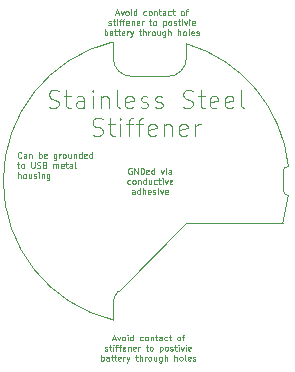
<source format=gbr>
G04 #@! TF.GenerationSoftware,KiCad,Pcbnew,(5.1.5-0-10_14)*
G04 #@! TF.CreationDate,2020-08-04T13:19:53-04:00*
G04 #@! TF.ProjectId,shio,7368696f-2e6b-4696-9361-645f70636258,rev?*
G04 #@! TF.SameCoordinates,Original*
G04 #@! TF.FileFunction,Other,ECO1*
%FSLAX46Y46*%
G04 Gerber Fmt 4.6, Leading zero omitted, Abs format (unit mm)*
G04 Created by KiCad (PCBNEW (5.1.5-0-10_14)) date 2020-08-04 13:19:53*
%MOMM*%
%LPD*%
G04 APERTURE LIST*
%ADD10C,0.100000*%
%ADD11C,0.025000*%
G04 APERTURE END LIST*
D10*
X146826190Y-113383333D02*
X147064285Y-113383333D01*
X146778571Y-113526190D02*
X146945238Y-113026190D01*
X147111904Y-113526190D01*
X147230952Y-113192857D02*
X147350000Y-113526190D01*
X147469047Y-113192857D01*
X147730952Y-113526190D02*
X147683333Y-113502380D01*
X147659523Y-113478571D01*
X147635714Y-113430952D01*
X147635714Y-113288095D01*
X147659523Y-113240476D01*
X147683333Y-113216666D01*
X147730952Y-113192857D01*
X147802380Y-113192857D01*
X147850000Y-113216666D01*
X147873809Y-113240476D01*
X147897619Y-113288095D01*
X147897619Y-113430952D01*
X147873809Y-113478571D01*
X147850000Y-113502380D01*
X147802380Y-113526190D01*
X147730952Y-113526190D01*
X148111904Y-113526190D02*
X148111904Y-113192857D01*
X148111904Y-113026190D02*
X148088095Y-113050000D01*
X148111904Y-113073809D01*
X148135714Y-113050000D01*
X148111904Y-113026190D01*
X148111904Y-113073809D01*
X148564285Y-113526190D02*
X148564285Y-113026190D01*
X148564285Y-113502380D02*
X148516666Y-113526190D01*
X148421428Y-113526190D01*
X148373809Y-113502380D01*
X148350000Y-113478571D01*
X148326190Y-113430952D01*
X148326190Y-113288095D01*
X148350000Y-113240476D01*
X148373809Y-113216666D01*
X148421428Y-113192857D01*
X148516666Y-113192857D01*
X148564285Y-113216666D01*
X149397619Y-113502380D02*
X149350000Y-113526190D01*
X149254761Y-113526190D01*
X149207142Y-113502380D01*
X149183333Y-113478571D01*
X149159523Y-113430952D01*
X149159523Y-113288095D01*
X149183333Y-113240476D01*
X149207142Y-113216666D01*
X149254761Y-113192857D01*
X149350000Y-113192857D01*
X149397619Y-113216666D01*
X149683333Y-113526190D02*
X149635714Y-113502380D01*
X149611904Y-113478571D01*
X149588095Y-113430952D01*
X149588095Y-113288095D01*
X149611904Y-113240476D01*
X149635714Y-113216666D01*
X149683333Y-113192857D01*
X149754761Y-113192857D01*
X149802380Y-113216666D01*
X149826190Y-113240476D01*
X149850000Y-113288095D01*
X149850000Y-113430952D01*
X149826190Y-113478571D01*
X149802380Y-113502380D01*
X149754761Y-113526190D01*
X149683333Y-113526190D01*
X150064285Y-113192857D02*
X150064285Y-113526190D01*
X150064285Y-113240476D02*
X150088095Y-113216666D01*
X150135714Y-113192857D01*
X150207142Y-113192857D01*
X150254761Y-113216666D01*
X150278571Y-113264285D01*
X150278571Y-113526190D01*
X150445238Y-113192857D02*
X150635714Y-113192857D01*
X150516666Y-113026190D02*
X150516666Y-113454761D01*
X150540476Y-113502380D01*
X150588095Y-113526190D01*
X150635714Y-113526190D01*
X151016666Y-113526190D02*
X151016666Y-113264285D01*
X150992857Y-113216666D01*
X150945238Y-113192857D01*
X150850000Y-113192857D01*
X150802380Y-113216666D01*
X151016666Y-113502380D02*
X150969047Y-113526190D01*
X150850000Y-113526190D01*
X150802380Y-113502380D01*
X150778571Y-113454761D01*
X150778571Y-113407142D01*
X150802380Y-113359523D01*
X150850000Y-113335714D01*
X150969047Y-113335714D01*
X151016666Y-113311904D01*
X151469047Y-113502380D02*
X151421428Y-113526190D01*
X151326190Y-113526190D01*
X151278571Y-113502380D01*
X151254761Y-113478571D01*
X151230952Y-113430952D01*
X151230952Y-113288095D01*
X151254761Y-113240476D01*
X151278571Y-113216666D01*
X151326190Y-113192857D01*
X151421428Y-113192857D01*
X151469047Y-113216666D01*
X151611904Y-113192857D02*
X151802380Y-113192857D01*
X151683333Y-113026190D02*
X151683333Y-113454761D01*
X151707142Y-113502380D01*
X151754761Y-113526190D01*
X151802380Y-113526190D01*
X152421428Y-113526190D02*
X152373809Y-113502380D01*
X152350000Y-113478571D01*
X152326190Y-113430952D01*
X152326190Y-113288095D01*
X152350000Y-113240476D01*
X152373809Y-113216666D01*
X152421428Y-113192857D01*
X152492857Y-113192857D01*
X152540476Y-113216666D01*
X152564285Y-113240476D01*
X152588095Y-113288095D01*
X152588095Y-113430952D01*
X152564285Y-113478571D01*
X152540476Y-113502380D01*
X152492857Y-113526190D01*
X152421428Y-113526190D01*
X152730952Y-113192857D02*
X152921428Y-113192857D01*
X152802380Y-113526190D02*
X152802380Y-113097619D01*
X152826190Y-113050000D01*
X152873809Y-113026190D01*
X152921428Y-113026190D01*
X146195238Y-114352380D02*
X146242857Y-114376190D01*
X146338095Y-114376190D01*
X146385714Y-114352380D01*
X146409523Y-114304761D01*
X146409523Y-114280952D01*
X146385714Y-114233333D01*
X146338095Y-114209523D01*
X146266666Y-114209523D01*
X146219047Y-114185714D01*
X146195238Y-114138095D01*
X146195238Y-114114285D01*
X146219047Y-114066666D01*
X146266666Y-114042857D01*
X146338095Y-114042857D01*
X146385714Y-114066666D01*
X146552380Y-114042857D02*
X146742857Y-114042857D01*
X146623809Y-113876190D02*
X146623809Y-114304761D01*
X146647619Y-114352380D01*
X146695238Y-114376190D01*
X146742857Y-114376190D01*
X146909523Y-114376190D02*
X146909523Y-114042857D01*
X146909523Y-113876190D02*
X146885714Y-113900000D01*
X146909523Y-113923809D01*
X146933333Y-113900000D01*
X146909523Y-113876190D01*
X146909523Y-113923809D01*
X147076190Y-114042857D02*
X147266666Y-114042857D01*
X147147619Y-114376190D02*
X147147619Y-113947619D01*
X147171428Y-113900000D01*
X147219047Y-113876190D01*
X147266666Y-113876190D01*
X147361904Y-114042857D02*
X147552380Y-114042857D01*
X147433333Y-114376190D02*
X147433333Y-113947619D01*
X147457142Y-113900000D01*
X147504761Y-113876190D01*
X147552380Y-113876190D01*
X147909523Y-114352380D02*
X147861904Y-114376190D01*
X147766666Y-114376190D01*
X147719047Y-114352380D01*
X147695238Y-114304761D01*
X147695238Y-114114285D01*
X147719047Y-114066666D01*
X147766666Y-114042857D01*
X147861904Y-114042857D01*
X147909523Y-114066666D01*
X147933333Y-114114285D01*
X147933333Y-114161904D01*
X147695238Y-114209523D01*
X148147619Y-114042857D02*
X148147619Y-114376190D01*
X148147619Y-114090476D02*
X148171428Y-114066666D01*
X148219047Y-114042857D01*
X148290476Y-114042857D01*
X148338095Y-114066666D01*
X148361904Y-114114285D01*
X148361904Y-114376190D01*
X148790476Y-114352380D02*
X148742857Y-114376190D01*
X148647619Y-114376190D01*
X148600000Y-114352380D01*
X148576190Y-114304761D01*
X148576190Y-114114285D01*
X148600000Y-114066666D01*
X148647619Y-114042857D01*
X148742857Y-114042857D01*
X148790476Y-114066666D01*
X148814285Y-114114285D01*
X148814285Y-114161904D01*
X148576190Y-114209523D01*
X149028571Y-114376190D02*
X149028571Y-114042857D01*
X149028571Y-114138095D02*
X149052380Y-114090476D01*
X149076190Y-114066666D01*
X149123809Y-114042857D01*
X149171428Y-114042857D01*
X149647619Y-114042857D02*
X149838095Y-114042857D01*
X149719047Y-113876190D02*
X149719047Y-114304761D01*
X149742857Y-114352380D01*
X149790476Y-114376190D01*
X149838095Y-114376190D01*
X150076190Y-114376190D02*
X150028571Y-114352380D01*
X150004761Y-114328571D01*
X149980952Y-114280952D01*
X149980952Y-114138095D01*
X150004761Y-114090476D01*
X150028571Y-114066666D01*
X150076190Y-114042857D01*
X150147619Y-114042857D01*
X150195238Y-114066666D01*
X150219047Y-114090476D01*
X150242857Y-114138095D01*
X150242857Y-114280952D01*
X150219047Y-114328571D01*
X150195238Y-114352380D01*
X150147619Y-114376190D01*
X150076190Y-114376190D01*
X150838095Y-114042857D02*
X150838095Y-114542857D01*
X150838095Y-114066666D02*
X150885714Y-114042857D01*
X150980952Y-114042857D01*
X151028571Y-114066666D01*
X151052380Y-114090476D01*
X151076190Y-114138095D01*
X151076190Y-114280952D01*
X151052380Y-114328571D01*
X151028571Y-114352380D01*
X150980952Y-114376190D01*
X150885714Y-114376190D01*
X150838095Y-114352380D01*
X151361904Y-114376190D02*
X151314285Y-114352380D01*
X151290476Y-114328571D01*
X151266666Y-114280952D01*
X151266666Y-114138095D01*
X151290476Y-114090476D01*
X151314285Y-114066666D01*
X151361904Y-114042857D01*
X151433333Y-114042857D01*
X151480952Y-114066666D01*
X151504761Y-114090476D01*
X151528571Y-114138095D01*
X151528571Y-114280952D01*
X151504761Y-114328571D01*
X151480952Y-114352380D01*
X151433333Y-114376190D01*
X151361904Y-114376190D01*
X151719047Y-114352380D02*
X151766666Y-114376190D01*
X151861904Y-114376190D01*
X151909523Y-114352380D01*
X151933333Y-114304761D01*
X151933333Y-114280952D01*
X151909523Y-114233333D01*
X151861904Y-114209523D01*
X151790476Y-114209523D01*
X151742857Y-114185714D01*
X151719047Y-114138095D01*
X151719047Y-114114285D01*
X151742857Y-114066666D01*
X151790476Y-114042857D01*
X151861904Y-114042857D01*
X151909523Y-114066666D01*
X152076190Y-114042857D02*
X152266666Y-114042857D01*
X152147619Y-113876190D02*
X152147619Y-114304761D01*
X152171428Y-114352380D01*
X152219047Y-114376190D01*
X152266666Y-114376190D01*
X152433333Y-114376190D02*
X152433333Y-114042857D01*
X152433333Y-113876190D02*
X152409523Y-113900000D01*
X152433333Y-113923809D01*
X152457142Y-113900000D01*
X152433333Y-113876190D01*
X152433333Y-113923809D01*
X152623809Y-114042857D02*
X152742857Y-114376190D01*
X152861904Y-114042857D01*
X153052380Y-114376190D02*
X153052380Y-114042857D01*
X153052380Y-113876190D02*
X153028571Y-113900000D01*
X153052380Y-113923809D01*
X153076190Y-113900000D01*
X153052380Y-113876190D01*
X153052380Y-113923809D01*
X153480952Y-114352380D02*
X153433333Y-114376190D01*
X153338095Y-114376190D01*
X153290476Y-114352380D01*
X153266666Y-114304761D01*
X153266666Y-114114285D01*
X153290476Y-114066666D01*
X153338095Y-114042857D01*
X153433333Y-114042857D01*
X153480952Y-114066666D01*
X153504761Y-114114285D01*
X153504761Y-114161904D01*
X153266666Y-114209523D01*
X145861904Y-115226190D02*
X145861904Y-114726190D01*
X145861904Y-114916666D02*
X145909523Y-114892857D01*
X146004761Y-114892857D01*
X146052380Y-114916666D01*
X146076190Y-114940476D01*
X146100000Y-114988095D01*
X146100000Y-115130952D01*
X146076190Y-115178571D01*
X146052380Y-115202380D01*
X146004761Y-115226190D01*
X145909523Y-115226190D01*
X145861904Y-115202380D01*
X146528571Y-115226190D02*
X146528571Y-114964285D01*
X146504761Y-114916666D01*
X146457142Y-114892857D01*
X146361904Y-114892857D01*
X146314285Y-114916666D01*
X146528571Y-115202380D02*
X146480952Y-115226190D01*
X146361904Y-115226190D01*
X146314285Y-115202380D01*
X146290476Y-115154761D01*
X146290476Y-115107142D01*
X146314285Y-115059523D01*
X146361904Y-115035714D01*
X146480952Y-115035714D01*
X146528571Y-115011904D01*
X146695238Y-114892857D02*
X146885714Y-114892857D01*
X146766666Y-114726190D02*
X146766666Y-115154761D01*
X146790476Y-115202380D01*
X146838095Y-115226190D01*
X146885714Y-115226190D01*
X146980952Y-114892857D02*
X147171428Y-114892857D01*
X147052380Y-114726190D02*
X147052380Y-115154761D01*
X147076190Y-115202380D01*
X147123809Y-115226190D01*
X147171428Y-115226190D01*
X147528571Y-115202380D02*
X147480952Y-115226190D01*
X147385714Y-115226190D01*
X147338095Y-115202380D01*
X147314285Y-115154761D01*
X147314285Y-114964285D01*
X147338095Y-114916666D01*
X147385714Y-114892857D01*
X147480952Y-114892857D01*
X147528571Y-114916666D01*
X147552380Y-114964285D01*
X147552380Y-115011904D01*
X147314285Y-115059523D01*
X147766666Y-115226190D02*
X147766666Y-114892857D01*
X147766666Y-114988095D02*
X147790476Y-114940476D01*
X147814285Y-114916666D01*
X147861904Y-114892857D01*
X147909523Y-114892857D01*
X148028571Y-114892857D02*
X148147619Y-115226190D01*
X148266666Y-114892857D02*
X148147619Y-115226190D01*
X148100000Y-115345238D01*
X148076190Y-115369047D01*
X148028571Y-115392857D01*
X148766666Y-114892857D02*
X148957142Y-114892857D01*
X148838095Y-114726190D02*
X148838095Y-115154761D01*
X148861904Y-115202380D01*
X148909523Y-115226190D01*
X148957142Y-115226190D01*
X149123809Y-115226190D02*
X149123809Y-114726190D01*
X149338095Y-115226190D02*
X149338095Y-114964285D01*
X149314285Y-114916666D01*
X149266666Y-114892857D01*
X149195238Y-114892857D01*
X149147619Y-114916666D01*
X149123809Y-114940476D01*
X149576190Y-115226190D02*
X149576190Y-114892857D01*
X149576190Y-114988095D02*
X149600000Y-114940476D01*
X149623809Y-114916666D01*
X149671428Y-114892857D01*
X149719047Y-114892857D01*
X149957142Y-115226190D02*
X149909523Y-115202380D01*
X149885714Y-115178571D01*
X149861904Y-115130952D01*
X149861904Y-114988095D01*
X149885714Y-114940476D01*
X149909523Y-114916666D01*
X149957142Y-114892857D01*
X150028571Y-114892857D01*
X150076190Y-114916666D01*
X150100000Y-114940476D01*
X150123809Y-114988095D01*
X150123809Y-115130952D01*
X150100000Y-115178571D01*
X150076190Y-115202380D01*
X150028571Y-115226190D01*
X149957142Y-115226190D01*
X150552380Y-114892857D02*
X150552380Y-115226190D01*
X150338095Y-114892857D02*
X150338095Y-115154761D01*
X150361904Y-115202380D01*
X150409523Y-115226190D01*
X150480952Y-115226190D01*
X150528571Y-115202380D01*
X150552380Y-115178571D01*
X151004761Y-114892857D02*
X151004761Y-115297619D01*
X150980952Y-115345238D01*
X150957142Y-115369047D01*
X150909523Y-115392857D01*
X150838095Y-115392857D01*
X150790476Y-115369047D01*
X151004761Y-115202380D02*
X150957142Y-115226190D01*
X150861904Y-115226190D01*
X150814285Y-115202380D01*
X150790476Y-115178571D01*
X150766666Y-115130952D01*
X150766666Y-114988095D01*
X150790476Y-114940476D01*
X150814285Y-114916666D01*
X150861904Y-114892857D01*
X150957142Y-114892857D01*
X151004761Y-114916666D01*
X151242857Y-115226190D02*
X151242857Y-114726190D01*
X151457142Y-115226190D02*
X151457142Y-114964285D01*
X151433333Y-114916666D01*
X151385714Y-114892857D01*
X151314285Y-114892857D01*
X151266666Y-114916666D01*
X151242857Y-114940476D01*
X152076190Y-115226190D02*
X152076190Y-114726190D01*
X152290476Y-115226190D02*
X152290476Y-114964285D01*
X152266666Y-114916666D01*
X152219047Y-114892857D01*
X152147619Y-114892857D01*
X152100000Y-114916666D01*
X152076190Y-114940476D01*
X152600000Y-115226190D02*
X152552380Y-115202380D01*
X152528571Y-115178571D01*
X152504761Y-115130952D01*
X152504761Y-114988095D01*
X152528571Y-114940476D01*
X152552380Y-114916666D01*
X152600000Y-114892857D01*
X152671428Y-114892857D01*
X152719047Y-114916666D01*
X152742857Y-114940476D01*
X152766666Y-114988095D01*
X152766666Y-115130952D01*
X152742857Y-115178571D01*
X152719047Y-115202380D01*
X152671428Y-115226190D01*
X152600000Y-115226190D01*
X153052380Y-115226190D02*
X153004761Y-115202380D01*
X152980952Y-115154761D01*
X152980952Y-114726190D01*
X153433333Y-115202380D02*
X153385714Y-115226190D01*
X153290476Y-115226190D01*
X153242857Y-115202380D01*
X153219047Y-115154761D01*
X153219047Y-114964285D01*
X153242857Y-114916666D01*
X153290476Y-114892857D01*
X153385714Y-114892857D01*
X153433333Y-114916666D01*
X153457142Y-114964285D01*
X153457142Y-115011904D01*
X153219047Y-115059523D01*
X153647619Y-115202380D02*
X153695238Y-115226190D01*
X153790476Y-115226190D01*
X153838095Y-115202380D01*
X153861904Y-115154761D01*
X153861904Y-115130952D01*
X153838095Y-115083333D01*
X153790476Y-115059523D01*
X153719047Y-115059523D01*
X153671428Y-115035714D01*
X153647619Y-114988095D01*
X153647619Y-114964285D01*
X153671428Y-114916666D01*
X153719047Y-114892857D01*
X153790476Y-114892857D01*
X153838095Y-114916666D01*
X147126190Y-85833333D02*
X147364285Y-85833333D01*
X147078571Y-85976190D02*
X147245238Y-85476190D01*
X147411904Y-85976190D01*
X147530952Y-85642857D02*
X147650000Y-85976190D01*
X147769047Y-85642857D01*
X148030952Y-85976190D02*
X147983333Y-85952380D01*
X147959523Y-85928571D01*
X147935714Y-85880952D01*
X147935714Y-85738095D01*
X147959523Y-85690476D01*
X147983333Y-85666666D01*
X148030952Y-85642857D01*
X148102380Y-85642857D01*
X148150000Y-85666666D01*
X148173809Y-85690476D01*
X148197619Y-85738095D01*
X148197619Y-85880952D01*
X148173809Y-85928571D01*
X148150000Y-85952380D01*
X148102380Y-85976190D01*
X148030952Y-85976190D01*
X148411904Y-85976190D02*
X148411904Y-85642857D01*
X148411904Y-85476190D02*
X148388095Y-85500000D01*
X148411904Y-85523809D01*
X148435714Y-85500000D01*
X148411904Y-85476190D01*
X148411904Y-85523809D01*
X148864285Y-85976190D02*
X148864285Y-85476190D01*
X148864285Y-85952380D02*
X148816666Y-85976190D01*
X148721428Y-85976190D01*
X148673809Y-85952380D01*
X148650000Y-85928571D01*
X148626190Y-85880952D01*
X148626190Y-85738095D01*
X148650000Y-85690476D01*
X148673809Y-85666666D01*
X148721428Y-85642857D01*
X148816666Y-85642857D01*
X148864285Y-85666666D01*
X149697619Y-85952380D02*
X149650000Y-85976190D01*
X149554761Y-85976190D01*
X149507142Y-85952380D01*
X149483333Y-85928571D01*
X149459523Y-85880952D01*
X149459523Y-85738095D01*
X149483333Y-85690476D01*
X149507142Y-85666666D01*
X149554761Y-85642857D01*
X149650000Y-85642857D01*
X149697619Y-85666666D01*
X149983333Y-85976190D02*
X149935714Y-85952380D01*
X149911904Y-85928571D01*
X149888095Y-85880952D01*
X149888095Y-85738095D01*
X149911904Y-85690476D01*
X149935714Y-85666666D01*
X149983333Y-85642857D01*
X150054761Y-85642857D01*
X150102380Y-85666666D01*
X150126190Y-85690476D01*
X150150000Y-85738095D01*
X150150000Y-85880952D01*
X150126190Y-85928571D01*
X150102380Y-85952380D01*
X150054761Y-85976190D01*
X149983333Y-85976190D01*
X150364285Y-85642857D02*
X150364285Y-85976190D01*
X150364285Y-85690476D02*
X150388095Y-85666666D01*
X150435714Y-85642857D01*
X150507142Y-85642857D01*
X150554761Y-85666666D01*
X150578571Y-85714285D01*
X150578571Y-85976190D01*
X150745238Y-85642857D02*
X150935714Y-85642857D01*
X150816666Y-85476190D02*
X150816666Y-85904761D01*
X150840476Y-85952380D01*
X150888095Y-85976190D01*
X150935714Y-85976190D01*
X151316666Y-85976190D02*
X151316666Y-85714285D01*
X151292857Y-85666666D01*
X151245238Y-85642857D01*
X151150000Y-85642857D01*
X151102380Y-85666666D01*
X151316666Y-85952380D02*
X151269047Y-85976190D01*
X151150000Y-85976190D01*
X151102380Y-85952380D01*
X151078571Y-85904761D01*
X151078571Y-85857142D01*
X151102380Y-85809523D01*
X151150000Y-85785714D01*
X151269047Y-85785714D01*
X151316666Y-85761904D01*
X151769047Y-85952380D02*
X151721428Y-85976190D01*
X151626190Y-85976190D01*
X151578571Y-85952380D01*
X151554761Y-85928571D01*
X151530952Y-85880952D01*
X151530952Y-85738095D01*
X151554761Y-85690476D01*
X151578571Y-85666666D01*
X151626190Y-85642857D01*
X151721428Y-85642857D01*
X151769047Y-85666666D01*
X151911904Y-85642857D02*
X152102380Y-85642857D01*
X151983333Y-85476190D02*
X151983333Y-85904761D01*
X152007142Y-85952380D01*
X152054761Y-85976190D01*
X152102380Y-85976190D01*
X152721428Y-85976190D02*
X152673809Y-85952380D01*
X152650000Y-85928571D01*
X152626190Y-85880952D01*
X152626190Y-85738095D01*
X152650000Y-85690476D01*
X152673809Y-85666666D01*
X152721428Y-85642857D01*
X152792857Y-85642857D01*
X152840476Y-85666666D01*
X152864285Y-85690476D01*
X152888095Y-85738095D01*
X152888095Y-85880952D01*
X152864285Y-85928571D01*
X152840476Y-85952380D01*
X152792857Y-85976190D01*
X152721428Y-85976190D01*
X153030952Y-85642857D02*
X153221428Y-85642857D01*
X153102380Y-85976190D02*
X153102380Y-85547619D01*
X153126190Y-85500000D01*
X153173809Y-85476190D01*
X153221428Y-85476190D01*
X146495238Y-86802380D02*
X146542857Y-86826190D01*
X146638095Y-86826190D01*
X146685714Y-86802380D01*
X146709523Y-86754761D01*
X146709523Y-86730952D01*
X146685714Y-86683333D01*
X146638095Y-86659523D01*
X146566666Y-86659523D01*
X146519047Y-86635714D01*
X146495238Y-86588095D01*
X146495238Y-86564285D01*
X146519047Y-86516666D01*
X146566666Y-86492857D01*
X146638095Y-86492857D01*
X146685714Y-86516666D01*
X146852380Y-86492857D02*
X147042857Y-86492857D01*
X146923809Y-86326190D02*
X146923809Y-86754761D01*
X146947619Y-86802380D01*
X146995238Y-86826190D01*
X147042857Y-86826190D01*
X147209523Y-86826190D02*
X147209523Y-86492857D01*
X147209523Y-86326190D02*
X147185714Y-86350000D01*
X147209523Y-86373809D01*
X147233333Y-86350000D01*
X147209523Y-86326190D01*
X147209523Y-86373809D01*
X147376190Y-86492857D02*
X147566666Y-86492857D01*
X147447619Y-86826190D02*
X147447619Y-86397619D01*
X147471428Y-86350000D01*
X147519047Y-86326190D01*
X147566666Y-86326190D01*
X147661904Y-86492857D02*
X147852380Y-86492857D01*
X147733333Y-86826190D02*
X147733333Y-86397619D01*
X147757142Y-86350000D01*
X147804761Y-86326190D01*
X147852380Y-86326190D01*
X148209523Y-86802380D02*
X148161904Y-86826190D01*
X148066666Y-86826190D01*
X148019047Y-86802380D01*
X147995238Y-86754761D01*
X147995238Y-86564285D01*
X148019047Y-86516666D01*
X148066666Y-86492857D01*
X148161904Y-86492857D01*
X148209523Y-86516666D01*
X148233333Y-86564285D01*
X148233333Y-86611904D01*
X147995238Y-86659523D01*
X148447619Y-86492857D02*
X148447619Y-86826190D01*
X148447619Y-86540476D02*
X148471428Y-86516666D01*
X148519047Y-86492857D01*
X148590476Y-86492857D01*
X148638095Y-86516666D01*
X148661904Y-86564285D01*
X148661904Y-86826190D01*
X149090476Y-86802380D02*
X149042857Y-86826190D01*
X148947619Y-86826190D01*
X148900000Y-86802380D01*
X148876190Y-86754761D01*
X148876190Y-86564285D01*
X148900000Y-86516666D01*
X148947619Y-86492857D01*
X149042857Y-86492857D01*
X149090476Y-86516666D01*
X149114285Y-86564285D01*
X149114285Y-86611904D01*
X148876190Y-86659523D01*
X149328571Y-86826190D02*
X149328571Y-86492857D01*
X149328571Y-86588095D02*
X149352380Y-86540476D01*
X149376190Y-86516666D01*
X149423809Y-86492857D01*
X149471428Y-86492857D01*
X149947619Y-86492857D02*
X150138095Y-86492857D01*
X150019047Y-86326190D02*
X150019047Y-86754761D01*
X150042857Y-86802380D01*
X150090476Y-86826190D01*
X150138095Y-86826190D01*
X150376190Y-86826190D02*
X150328571Y-86802380D01*
X150304761Y-86778571D01*
X150280952Y-86730952D01*
X150280952Y-86588095D01*
X150304761Y-86540476D01*
X150328571Y-86516666D01*
X150376190Y-86492857D01*
X150447619Y-86492857D01*
X150495238Y-86516666D01*
X150519047Y-86540476D01*
X150542857Y-86588095D01*
X150542857Y-86730952D01*
X150519047Y-86778571D01*
X150495238Y-86802380D01*
X150447619Y-86826190D01*
X150376190Y-86826190D01*
X151138095Y-86492857D02*
X151138095Y-86992857D01*
X151138095Y-86516666D02*
X151185714Y-86492857D01*
X151280952Y-86492857D01*
X151328571Y-86516666D01*
X151352380Y-86540476D01*
X151376190Y-86588095D01*
X151376190Y-86730952D01*
X151352380Y-86778571D01*
X151328571Y-86802380D01*
X151280952Y-86826190D01*
X151185714Y-86826190D01*
X151138095Y-86802380D01*
X151661904Y-86826190D02*
X151614285Y-86802380D01*
X151590476Y-86778571D01*
X151566666Y-86730952D01*
X151566666Y-86588095D01*
X151590476Y-86540476D01*
X151614285Y-86516666D01*
X151661904Y-86492857D01*
X151733333Y-86492857D01*
X151780952Y-86516666D01*
X151804761Y-86540476D01*
X151828571Y-86588095D01*
X151828571Y-86730952D01*
X151804761Y-86778571D01*
X151780952Y-86802380D01*
X151733333Y-86826190D01*
X151661904Y-86826190D01*
X152019047Y-86802380D02*
X152066666Y-86826190D01*
X152161904Y-86826190D01*
X152209523Y-86802380D01*
X152233333Y-86754761D01*
X152233333Y-86730952D01*
X152209523Y-86683333D01*
X152161904Y-86659523D01*
X152090476Y-86659523D01*
X152042857Y-86635714D01*
X152019047Y-86588095D01*
X152019047Y-86564285D01*
X152042857Y-86516666D01*
X152090476Y-86492857D01*
X152161904Y-86492857D01*
X152209523Y-86516666D01*
X152376190Y-86492857D02*
X152566666Y-86492857D01*
X152447619Y-86326190D02*
X152447619Y-86754761D01*
X152471428Y-86802380D01*
X152519047Y-86826190D01*
X152566666Y-86826190D01*
X152733333Y-86826190D02*
X152733333Y-86492857D01*
X152733333Y-86326190D02*
X152709523Y-86350000D01*
X152733333Y-86373809D01*
X152757142Y-86350000D01*
X152733333Y-86326190D01*
X152733333Y-86373809D01*
X152923809Y-86492857D02*
X153042857Y-86826190D01*
X153161904Y-86492857D01*
X153352380Y-86826190D02*
X153352380Y-86492857D01*
X153352380Y-86326190D02*
X153328571Y-86350000D01*
X153352380Y-86373809D01*
X153376190Y-86350000D01*
X153352380Y-86326190D01*
X153352380Y-86373809D01*
X153780952Y-86802380D02*
X153733333Y-86826190D01*
X153638095Y-86826190D01*
X153590476Y-86802380D01*
X153566666Y-86754761D01*
X153566666Y-86564285D01*
X153590476Y-86516666D01*
X153638095Y-86492857D01*
X153733333Y-86492857D01*
X153780952Y-86516666D01*
X153804761Y-86564285D01*
X153804761Y-86611904D01*
X153566666Y-86659523D01*
X146161904Y-87676190D02*
X146161904Y-87176190D01*
X146161904Y-87366666D02*
X146209523Y-87342857D01*
X146304761Y-87342857D01*
X146352380Y-87366666D01*
X146376190Y-87390476D01*
X146400000Y-87438095D01*
X146400000Y-87580952D01*
X146376190Y-87628571D01*
X146352380Y-87652380D01*
X146304761Y-87676190D01*
X146209523Y-87676190D01*
X146161904Y-87652380D01*
X146828571Y-87676190D02*
X146828571Y-87414285D01*
X146804761Y-87366666D01*
X146757142Y-87342857D01*
X146661904Y-87342857D01*
X146614285Y-87366666D01*
X146828571Y-87652380D02*
X146780952Y-87676190D01*
X146661904Y-87676190D01*
X146614285Y-87652380D01*
X146590476Y-87604761D01*
X146590476Y-87557142D01*
X146614285Y-87509523D01*
X146661904Y-87485714D01*
X146780952Y-87485714D01*
X146828571Y-87461904D01*
X146995238Y-87342857D02*
X147185714Y-87342857D01*
X147066666Y-87176190D02*
X147066666Y-87604761D01*
X147090476Y-87652380D01*
X147138095Y-87676190D01*
X147185714Y-87676190D01*
X147280952Y-87342857D02*
X147471428Y-87342857D01*
X147352380Y-87176190D02*
X147352380Y-87604761D01*
X147376190Y-87652380D01*
X147423809Y-87676190D01*
X147471428Y-87676190D01*
X147828571Y-87652380D02*
X147780952Y-87676190D01*
X147685714Y-87676190D01*
X147638095Y-87652380D01*
X147614285Y-87604761D01*
X147614285Y-87414285D01*
X147638095Y-87366666D01*
X147685714Y-87342857D01*
X147780952Y-87342857D01*
X147828571Y-87366666D01*
X147852380Y-87414285D01*
X147852380Y-87461904D01*
X147614285Y-87509523D01*
X148066666Y-87676190D02*
X148066666Y-87342857D01*
X148066666Y-87438095D02*
X148090476Y-87390476D01*
X148114285Y-87366666D01*
X148161904Y-87342857D01*
X148209523Y-87342857D01*
X148328571Y-87342857D02*
X148447619Y-87676190D01*
X148566666Y-87342857D02*
X148447619Y-87676190D01*
X148400000Y-87795238D01*
X148376190Y-87819047D01*
X148328571Y-87842857D01*
X149066666Y-87342857D02*
X149257142Y-87342857D01*
X149138095Y-87176190D02*
X149138095Y-87604761D01*
X149161904Y-87652380D01*
X149209523Y-87676190D01*
X149257142Y-87676190D01*
X149423809Y-87676190D02*
X149423809Y-87176190D01*
X149638095Y-87676190D02*
X149638095Y-87414285D01*
X149614285Y-87366666D01*
X149566666Y-87342857D01*
X149495238Y-87342857D01*
X149447619Y-87366666D01*
X149423809Y-87390476D01*
X149876190Y-87676190D02*
X149876190Y-87342857D01*
X149876190Y-87438095D02*
X149900000Y-87390476D01*
X149923809Y-87366666D01*
X149971428Y-87342857D01*
X150019047Y-87342857D01*
X150257142Y-87676190D02*
X150209523Y-87652380D01*
X150185714Y-87628571D01*
X150161904Y-87580952D01*
X150161904Y-87438095D01*
X150185714Y-87390476D01*
X150209523Y-87366666D01*
X150257142Y-87342857D01*
X150328571Y-87342857D01*
X150376190Y-87366666D01*
X150400000Y-87390476D01*
X150423809Y-87438095D01*
X150423809Y-87580952D01*
X150400000Y-87628571D01*
X150376190Y-87652380D01*
X150328571Y-87676190D01*
X150257142Y-87676190D01*
X150852380Y-87342857D02*
X150852380Y-87676190D01*
X150638095Y-87342857D02*
X150638095Y-87604761D01*
X150661904Y-87652380D01*
X150709523Y-87676190D01*
X150780952Y-87676190D01*
X150828571Y-87652380D01*
X150852380Y-87628571D01*
X151304761Y-87342857D02*
X151304761Y-87747619D01*
X151280952Y-87795238D01*
X151257142Y-87819047D01*
X151209523Y-87842857D01*
X151138095Y-87842857D01*
X151090476Y-87819047D01*
X151304761Y-87652380D02*
X151257142Y-87676190D01*
X151161904Y-87676190D01*
X151114285Y-87652380D01*
X151090476Y-87628571D01*
X151066666Y-87580952D01*
X151066666Y-87438095D01*
X151090476Y-87390476D01*
X151114285Y-87366666D01*
X151161904Y-87342857D01*
X151257142Y-87342857D01*
X151304761Y-87366666D01*
X151542857Y-87676190D02*
X151542857Y-87176190D01*
X151757142Y-87676190D02*
X151757142Y-87414285D01*
X151733333Y-87366666D01*
X151685714Y-87342857D01*
X151614285Y-87342857D01*
X151566666Y-87366666D01*
X151542857Y-87390476D01*
X152376190Y-87676190D02*
X152376190Y-87176190D01*
X152590476Y-87676190D02*
X152590476Y-87414285D01*
X152566666Y-87366666D01*
X152519047Y-87342857D01*
X152447619Y-87342857D01*
X152400000Y-87366666D01*
X152376190Y-87390476D01*
X152900000Y-87676190D02*
X152852380Y-87652380D01*
X152828571Y-87628571D01*
X152804761Y-87580952D01*
X152804761Y-87438095D01*
X152828571Y-87390476D01*
X152852380Y-87366666D01*
X152900000Y-87342857D01*
X152971428Y-87342857D01*
X153019047Y-87366666D01*
X153042857Y-87390476D01*
X153066666Y-87438095D01*
X153066666Y-87580952D01*
X153042857Y-87628571D01*
X153019047Y-87652380D01*
X152971428Y-87676190D01*
X152900000Y-87676190D01*
X153352380Y-87676190D02*
X153304761Y-87652380D01*
X153280952Y-87604761D01*
X153280952Y-87176190D01*
X153733333Y-87652380D02*
X153685714Y-87676190D01*
X153590476Y-87676190D01*
X153542857Y-87652380D01*
X153519047Y-87604761D01*
X153519047Y-87414285D01*
X153542857Y-87366666D01*
X153590476Y-87342857D01*
X153685714Y-87342857D01*
X153733333Y-87366666D01*
X153757142Y-87414285D01*
X153757142Y-87461904D01*
X153519047Y-87509523D01*
X153947619Y-87652380D02*
X153995238Y-87676190D01*
X154090476Y-87676190D01*
X154138095Y-87652380D01*
X154161904Y-87604761D01*
X154161904Y-87580952D01*
X154138095Y-87533333D01*
X154090476Y-87509523D01*
X154019047Y-87509523D01*
X153971428Y-87485714D01*
X153947619Y-87438095D01*
X153947619Y-87414285D01*
X153971428Y-87366666D01*
X154019047Y-87342857D01*
X154090476Y-87342857D01*
X154138095Y-87366666D01*
X139119761Y-98028571D02*
X139095952Y-98052380D01*
X139024523Y-98076190D01*
X138976904Y-98076190D01*
X138905476Y-98052380D01*
X138857857Y-98004761D01*
X138834047Y-97957142D01*
X138810238Y-97861904D01*
X138810238Y-97790476D01*
X138834047Y-97695238D01*
X138857857Y-97647619D01*
X138905476Y-97600000D01*
X138976904Y-97576190D01*
X139024523Y-97576190D01*
X139095952Y-97600000D01*
X139119761Y-97623809D01*
X139548333Y-98076190D02*
X139548333Y-97814285D01*
X139524523Y-97766666D01*
X139476904Y-97742857D01*
X139381666Y-97742857D01*
X139334047Y-97766666D01*
X139548333Y-98052380D02*
X139500714Y-98076190D01*
X139381666Y-98076190D01*
X139334047Y-98052380D01*
X139310238Y-98004761D01*
X139310238Y-97957142D01*
X139334047Y-97909523D01*
X139381666Y-97885714D01*
X139500714Y-97885714D01*
X139548333Y-97861904D01*
X139786428Y-97742857D02*
X139786428Y-98076190D01*
X139786428Y-97790476D02*
X139810238Y-97766666D01*
X139857857Y-97742857D01*
X139929285Y-97742857D01*
X139976904Y-97766666D01*
X140000714Y-97814285D01*
X140000714Y-98076190D01*
X140619761Y-98076190D02*
X140619761Y-97576190D01*
X140619761Y-97766666D02*
X140667380Y-97742857D01*
X140762619Y-97742857D01*
X140810238Y-97766666D01*
X140834047Y-97790476D01*
X140857857Y-97838095D01*
X140857857Y-97980952D01*
X140834047Y-98028571D01*
X140810238Y-98052380D01*
X140762619Y-98076190D01*
X140667380Y-98076190D01*
X140619761Y-98052380D01*
X141262619Y-98052380D02*
X141215000Y-98076190D01*
X141119761Y-98076190D01*
X141072142Y-98052380D01*
X141048333Y-98004761D01*
X141048333Y-97814285D01*
X141072142Y-97766666D01*
X141119761Y-97742857D01*
X141215000Y-97742857D01*
X141262619Y-97766666D01*
X141286428Y-97814285D01*
X141286428Y-97861904D01*
X141048333Y-97909523D01*
X142095952Y-97742857D02*
X142095952Y-98147619D01*
X142072142Y-98195238D01*
X142048333Y-98219047D01*
X142000714Y-98242857D01*
X141929285Y-98242857D01*
X141881666Y-98219047D01*
X142095952Y-98052380D02*
X142048333Y-98076190D01*
X141953095Y-98076190D01*
X141905476Y-98052380D01*
X141881666Y-98028571D01*
X141857857Y-97980952D01*
X141857857Y-97838095D01*
X141881666Y-97790476D01*
X141905476Y-97766666D01*
X141953095Y-97742857D01*
X142048333Y-97742857D01*
X142095952Y-97766666D01*
X142334047Y-98076190D02*
X142334047Y-97742857D01*
X142334047Y-97838095D02*
X142357857Y-97790476D01*
X142381666Y-97766666D01*
X142429285Y-97742857D01*
X142476904Y-97742857D01*
X142715000Y-98076190D02*
X142667380Y-98052380D01*
X142643571Y-98028571D01*
X142619761Y-97980952D01*
X142619761Y-97838095D01*
X142643571Y-97790476D01*
X142667380Y-97766666D01*
X142715000Y-97742857D01*
X142786428Y-97742857D01*
X142834047Y-97766666D01*
X142857857Y-97790476D01*
X142881666Y-97838095D01*
X142881666Y-97980952D01*
X142857857Y-98028571D01*
X142834047Y-98052380D01*
X142786428Y-98076190D01*
X142715000Y-98076190D01*
X143310238Y-97742857D02*
X143310238Y-98076190D01*
X143095952Y-97742857D02*
X143095952Y-98004761D01*
X143119761Y-98052380D01*
X143167380Y-98076190D01*
X143238809Y-98076190D01*
X143286428Y-98052380D01*
X143310238Y-98028571D01*
X143548333Y-97742857D02*
X143548333Y-98076190D01*
X143548333Y-97790476D02*
X143572142Y-97766666D01*
X143619761Y-97742857D01*
X143691190Y-97742857D01*
X143738809Y-97766666D01*
X143762619Y-97814285D01*
X143762619Y-98076190D01*
X144215000Y-98076190D02*
X144215000Y-97576190D01*
X144215000Y-98052380D02*
X144167380Y-98076190D01*
X144072142Y-98076190D01*
X144024523Y-98052380D01*
X144000714Y-98028571D01*
X143976904Y-97980952D01*
X143976904Y-97838095D01*
X144000714Y-97790476D01*
X144024523Y-97766666D01*
X144072142Y-97742857D01*
X144167380Y-97742857D01*
X144215000Y-97766666D01*
X144643571Y-98052380D02*
X144595952Y-98076190D01*
X144500714Y-98076190D01*
X144453095Y-98052380D01*
X144429285Y-98004761D01*
X144429285Y-97814285D01*
X144453095Y-97766666D01*
X144500714Y-97742857D01*
X144595952Y-97742857D01*
X144643571Y-97766666D01*
X144667380Y-97814285D01*
X144667380Y-97861904D01*
X144429285Y-97909523D01*
X145095952Y-98076190D02*
X145095952Y-97576190D01*
X145095952Y-98052380D02*
X145048333Y-98076190D01*
X144953095Y-98076190D01*
X144905476Y-98052380D01*
X144881666Y-98028571D01*
X144857857Y-97980952D01*
X144857857Y-97838095D01*
X144881666Y-97790476D01*
X144905476Y-97766666D01*
X144953095Y-97742857D01*
X145048333Y-97742857D01*
X145095952Y-97766666D01*
X138762619Y-98592857D02*
X138953095Y-98592857D01*
X138834047Y-98426190D02*
X138834047Y-98854761D01*
X138857857Y-98902380D01*
X138905476Y-98926190D01*
X138953095Y-98926190D01*
X139191190Y-98926190D02*
X139143571Y-98902380D01*
X139119761Y-98878571D01*
X139095952Y-98830952D01*
X139095952Y-98688095D01*
X139119761Y-98640476D01*
X139143571Y-98616666D01*
X139191190Y-98592857D01*
X139262619Y-98592857D01*
X139310238Y-98616666D01*
X139334047Y-98640476D01*
X139357857Y-98688095D01*
X139357857Y-98830952D01*
X139334047Y-98878571D01*
X139310238Y-98902380D01*
X139262619Y-98926190D01*
X139191190Y-98926190D01*
X139953095Y-98426190D02*
X139953095Y-98830952D01*
X139976904Y-98878571D01*
X140000714Y-98902380D01*
X140048333Y-98926190D01*
X140143571Y-98926190D01*
X140191190Y-98902380D01*
X140215000Y-98878571D01*
X140238809Y-98830952D01*
X140238809Y-98426190D01*
X140453095Y-98902380D02*
X140524523Y-98926190D01*
X140643571Y-98926190D01*
X140691190Y-98902380D01*
X140715000Y-98878571D01*
X140738809Y-98830952D01*
X140738809Y-98783333D01*
X140715000Y-98735714D01*
X140691190Y-98711904D01*
X140643571Y-98688095D01*
X140548333Y-98664285D01*
X140500714Y-98640476D01*
X140476904Y-98616666D01*
X140453095Y-98569047D01*
X140453095Y-98521428D01*
X140476904Y-98473809D01*
X140500714Y-98450000D01*
X140548333Y-98426190D01*
X140667380Y-98426190D01*
X140738809Y-98450000D01*
X141119761Y-98664285D02*
X141191190Y-98688095D01*
X141215000Y-98711904D01*
X141238809Y-98759523D01*
X141238809Y-98830952D01*
X141215000Y-98878571D01*
X141191190Y-98902380D01*
X141143571Y-98926190D01*
X140953095Y-98926190D01*
X140953095Y-98426190D01*
X141119761Y-98426190D01*
X141167380Y-98450000D01*
X141191190Y-98473809D01*
X141215000Y-98521428D01*
X141215000Y-98569047D01*
X141191190Y-98616666D01*
X141167380Y-98640476D01*
X141119761Y-98664285D01*
X140953095Y-98664285D01*
X141834047Y-98926190D02*
X141834047Y-98592857D01*
X141834047Y-98640476D02*
X141857857Y-98616666D01*
X141905476Y-98592857D01*
X141976904Y-98592857D01*
X142024523Y-98616666D01*
X142048333Y-98664285D01*
X142048333Y-98926190D01*
X142048333Y-98664285D02*
X142072142Y-98616666D01*
X142119761Y-98592857D01*
X142191190Y-98592857D01*
X142238809Y-98616666D01*
X142262619Y-98664285D01*
X142262619Y-98926190D01*
X142691190Y-98902380D02*
X142643571Y-98926190D01*
X142548333Y-98926190D01*
X142500714Y-98902380D01*
X142476904Y-98854761D01*
X142476904Y-98664285D01*
X142500714Y-98616666D01*
X142548333Y-98592857D01*
X142643571Y-98592857D01*
X142691190Y-98616666D01*
X142715000Y-98664285D01*
X142715000Y-98711904D01*
X142476904Y-98759523D01*
X142857857Y-98592857D02*
X143048333Y-98592857D01*
X142929285Y-98426190D02*
X142929285Y-98854761D01*
X142953095Y-98902380D01*
X143000714Y-98926190D01*
X143048333Y-98926190D01*
X143429285Y-98926190D02*
X143429285Y-98664285D01*
X143405476Y-98616666D01*
X143357857Y-98592857D01*
X143262619Y-98592857D01*
X143215000Y-98616666D01*
X143429285Y-98902380D02*
X143381666Y-98926190D01*
X143262619Y-98926190D01*
X143215000Y-98902380D01*
X143191190Y-98854761D01*
X143191190Y-98807142D01*
X143215000Y-98759523D01*
X143262619Y-98735714D01*
X143381666Y-98735714D01*
X143429285Y-98711904D01*
X143738809Y-98926190D02*
X143691190Y-98902380D01*
X143667380Y-98854761D01*
X143667380Y-98426190D01*
X138834047Y-99776190D02*
X138834047Y-99276190D01*
X139048333Y-99776190D02*
X139048333Y-99514285D01*
X139024523Y-99466666D01*
X138976904Y-99442857D01*
X138905476Y-99442857D01*
X138857857Y-99466666D01*
X138834047Y-99490476D01*
X139357857Y-99776190D02*
X139310238Y-99752380D01*
X139286428Y-99728571D01*
X139262619Y-99680952D01*
X139262619Y-99538095D01*
X139286428Y-99490476D01*
X139310238Y-99466666D01*
X139357857Y-99442857D01*
X139429285Y-99442857D01*
X139476904Y-99466666D01*
X139500714Y-99490476D01*
X139524523Y-99538095D01*
X139524523Y-99680952D01*
X139500714Y-99728571D01*
X139476904Y-99752380D01*
X139429285Y-99776190D01*
X139357857Y-99776190D01*
X139953095Y-99442857D02*
X139953095Y-99776190D01*
X139738809Y-99442857D02*
X139738809Y-99704761D01*
X139762619Y-99752380D01*
X139810238Y-99776190D01*
X139881666Y-99776190D01*
X139929285Y-99752380D01*
X139953095Y-99728571D01*
X140167380Y-99752380D02*
X140215000Y-99776190D01*
X140310238Y-99776190D01*
X140357857Y-99752380D01*
X140381666Y-99704761D01*
X140381666Y-99680952D01*
X140357857Y-99633333D01*
X140310238Y-99609523D01*
X140238809Y-99609523D01*
X140191190Y-99585714D01*
X140167380Y-99538095D01*
X140167380Y-99514285D01*
X140191190Y-99466666D01*
X140238809Y-99442857D01*
X140310238Y-99442857D01*
X140357857Y-99466666D01*
X140595952Y-99776190D02*
X140595952Y-99442857D01*
X140595952Y-99276190D02*
X140572142Y-99300000D01*
X140595952Y-99323809D01*
X140619761Y-99300000D01*
X140595952Y-99276190D01*
X140595952Y-99323809D01*
X140834047Y-99442857D02*
X140834047Y-99776190D01*
X140834047Y-99490476D02*
X140857857Y-99466666D01*
X140905476Y-99442857D01*
X140976904Y-99442857D01*
X141024523Y-99466666D01*
X141048333Y-99514285D01*
X141048333Y-99776190D01*
X141500714Y-99442857D02*
X141500714Y-99847619D01*
X141476904Y-99895238D01*
X141453095Y-99919047D01*
X141405476Y-99942857D01*
X141334047Y-99942857D01*
X141286428Y-99919047D01*
X141500714Y-99752380D02*
X141453095Y-99776190D01*
X141357857Y-99776190D01*
X141310238Y-99752380D01*
X141286428Y-99728571D01*
X141262619Y-99680952D01*
X141262619Y-99538095D01*
X141286428Y-99490476D01*
X141310238Y-99466666D01*
X141357857Y-99442857D01*
X141453095Y-99442857D01*
X141500714Y-99466666D01*
X148452380Y-98950000D02*
X148404761Y-98926190D01*
X148333333Y-98926190D01*
X148261904Y-98950000D01*
X148214285Y-98997619D01*
X148190476Y-99045238D01*
X148166666Y-99140476D01*
X148166666Y-99211904D01*
X148190476Y-99307142D01*
X148214285Y-99354761D01*
X148261904Y-99402380D01*
X148333333Y-99426190D01*
X148380952Y-99426190D01*
X148452380Y-99402380D01*
X148476190Y-99378571D01*
X148476190Y-99211904D01*
X148380952Y-99211904D01*
X148690476Y-99426190D02*
X148690476Y-98926190D01*
X148976190Y-99426190D01*
X148976190Y-98926190D01*
X149214285Y-99426190D02*
X149214285Y-98926190D01*
X149333333Y-98926190D01*
X149404761Y-98950000D01*
X149452380Y-98997619D01*
X149476190Y-99045238D01*
X149500000Y-99140476D01*
X149500000Y-99211904D01*
X149476190Y-99307142D01*
X149452380Y-99354761D01*
X149404761Y-99402380D01*
X149333333Y-99426190D01*
X149214285Y-99426190D01*
X149904761Y-99402380D02*
X149857142Y-99426190D01*
X149761904Y-99426190D01*
X149714285Y-99402380D01*
X149690476Y-99354761D01*
X149690476Y-99164285D01*
X149714285Y-99116666D01*
X149761904Y-99092857D01*
X149857142Y-99092857D01*
X149904761Y-99116666D01*
X149928571Y-99164285D01*
X149928571Y-99211904D01*
X149690476Y-99259523D01*
X150357142Y-99426190D02*
X150357142Y-98926190D01*
X150357142Y-99402380D02*
X150309523Y-99426190D01*
X150214285Y-99426190D01*
X150166666Y-99402380D01*
X150142857Y-99378571D01*
X150119047Y-99330952D01*
X150119047Y-99188095D01*
X150142857Y-99140476D01*
X150166666Y-99116666D01*
X150214285Y-99092857D01*
X150309523Y-99092857D01*
X150357142Y-99116666D01*
X150928571Y-99092857D02*
X151047619Y-99426190D01*
X151166666Y-99092857D01*
X151357142Y-99426190D02*
X151357142Y-99092857D01*
X151357142Y-98926190D02*
X151333333Y-98950000D01*
X151357142Y-98973809D01*
X151380952Y-98950000D01*
X151357142Y-98926190D01*
X151357142Y-98973809D01*
X151809523Y-99426190D02*
X151809523Y-99164285D01*
X151785714Y-99116666D01*
X151738095Y-99092857D01*
X151642857Y-99092857D01*
X151595238Y-99116666D01*
X151809523Y-99402380D02*
X151761904Y-99426190D01*
X151642857Y-99426190D01*
X151595238Y-99402380D01*
X151571428Y-99354761D01*
X151571428Y-99307142D01*
X151595238Y-99259523D01*
X151642857Y-99235714D01*
X151761904Y-99235714D01*
X151809523Y-99211904D01*
X148333333Y-100252380D02*
X148285714Y-100276190D01*
X148190476Y-100276190D01*
X148142857Y-100252380D01*
X148119047Y-100228571D01*
X148095238Y-100180952D01*
X148095238Y-100038095D01*
X148119047Y-99990476D01*
X148142857Y-99966666D01*
X148190476Y-99942857D01*
X148285714Y-99942857D01*
X148333333Y-99966666D01*
X148619047Y-100276190D02*
X148571428Y-100252380D01*
X148547619Y-100228571D01*
X148523809Y-100180952D01*
X148523809Y-100038095D01*
X148547619Y-99990476D01*
X148571428Y-99966666D01*
X148619047Y-99942857D01*
X148690476Y-99942857D01*
X148738095Y-99966666D01*
X148761904Y-99990476D01*
X148785714Y-100038095D01*
X148785714Y-100180952D01*
X148761904Y-100228571D01*
X148738095Y-100252380D01*
X148690476Y-100276190D01*
X148619047Y-100276190D01*
X149000000Y-99942857D02*
X149000000Y-100276190D01*
X149000000Y-99990476D02*
X149023809Y-99966666D01*
X149071428Y-99942857D01*
X149142857Y-99942857D01*
X149190476Y-99966666D01*
X149214285Y-100014285D01*
X149214285Y-100276190D01*
X149666666Y-100276190D02*
X149666666Y-99776190D01*
X149666666Y-100252380D02*
X149619047Y-100276190D01*
X149523809Y-100276190D01*
X149476190Y-100252380D01*
X149452380Y-100228571D01*
X149428571Y-100180952D01*
X149428571Y-100038095D01*
X149452380Y-99990476D01*
X149476190Y-99966666D01*
X149523809Y-99942857D01*
X149619047Y-99942857D01*
X149666666Y-99966666D01*
X150119047Y-99942857D02*
X150119047Y-100276190D01*
X149904761Y-99942857D02*
X149904761Y-100204761D01*
X149928571Y-100252380D01*
X149976190Y-100276190D01*
X150047619Y-100276190D01*
X150095238Y-100252380D01*
X150119047Y-100228571D01*
X150571428Y-100252380D02*
X150523809Y-100276190D01*
X150428571Y-100276190D01*
X150380952Y-100252380D01*
X150357142Y-100228571D01*
X150333333Y-100180952D01*
X150333333Y-100038095D01*
X150357142Y-99990476D01*
X150380952Y-99966666D01*
X150428571Y-99942857D01*
X150523809Y-99942857D01*
X150571428Y-99966666D01*
X150714285Y-99942857D02*
X150904761Y-99942857D01*
X150785714Y-99776190D02*
X150785714Y-100204761D01*
X150809523Y-100252380D01*
X150857142Y-100276190D01*
X150904761Y-100276190D01*
X151071428Y-100276190D02*
X151071428Y-99942857D01*
X151071428Y-99776190D02*
X151047619Y-99800000D01*
X151071428Y-99823809D01*
X151095238Y-99800000D01*
X151071428Y-99776190D01*
X151071428Y-99823809D01*
X151261904Y-99942857D02*
X151380952Y-100276190D01*
X151500000Y-99942857D01*
X151880952Y-100252380D02*
X151833333Y-100276190D01*
X151738095Y-100276190D01*
X151690476Y-100252380D01*
X151666666Y-100204761D01*
X151666666Y-100014285D01*
X151690476Y-99966666D01*
X151738095Y-99942857D01*
X151833333Y-99942857D01*
X151880952Y-99966666D01*
X151904761Y-100014285D01*
X151904761Y-100061904D01*
X151666666Y-100109523D01*
X148714285Y-101126190D02*
X148714285Y-100864285D01*
X148690476Y-100816666D01*
X148642857Y-100792857D01*
X148547619Y-100792857D01*
X148500000Y-100816666D01*
X148714285Y-101102380D02*
X148666666Y-101126190D01*
X148547619Y-101126190D01*
X148500000Y-101102380D01*
X148476190Y-101054761D01*
X148476190Y-101007142D01*
X148500000Y-100959523D01*
X148547619Y-100935714D01*
X148666666Y-100935714D01*
X148714285Y-100911904D01*
X149166666Y-101126190D02*
X149166666Y-100626190D01*
X149166666Y-101102380D02*
X149119047Y-101126190D01*
X149023809Y-101126190D01*
X148976190Y-101102380D01*
X148952380Y-101078571D01*
X148928571Y-101030952D01*
X148928571Y-100888095D01*
X148952380Y-100840476D01*
X148976190Y-100816666D01*
X149023809Y-100792857D01*
X149119047Y-100792857D01*
X149166666Y-100816666D01*
X149404761Y-101126190D02*
X149404761Y-100626190D01*
X149619047Y-101126190D02*
X149619047Y-100864285D01*
X149595238Y-100816666D01*
X149547619Y-100792857D01*
X149476190Y-100792857D01*
X149428571Y-100816666D01*
X149404761Y-100840476D01*
X150047619Y-101102380D02*
X150000000Y-101126190D01*
X149904761Y-101126190D01*
X149857142Y-101102380D01*
X149833333Y-101054761D01*
X149833333Y-100864285D01*
X149857142Y-100816666D01*
X149904761Y-100792857D01*
X150000000Y-100792857D01*
X150047619Y-100816666D01*
X150071428Y-100864285D01*
X150071428Y-100911904D01*
X149833333Y-100959523D01*
X150261904Y-101102380D02*
X150309523Y-101126190D01*
X150404761Y-101126190D01*
X150452380Y-101102380D01*
X150476190Y-101054761D01*
X150476190Y-101030952D01*
X150452380Y-100983333D01*
X150404761Y-100959523D01*
X150333333Y-100959523D01*
X150285714Y-100935714D01*
X150261904Y-100888095D01*
X150261904Y-100864285D01*
X150285714Y-100816666D01*
X150333333Y-100792857D01*
X150404761Y-100792857D01*
X150452380Y-100816666D01*
X150690476Y-101126190D02*
X150690476Y-100792857D01*
X150690476Y-100626190D02*
X150666666Y-100650000D01*
X150690476Y-100673809D01*
X150714285Y-100650000D01*
X150690476Y-100626190D01*
X150690476Y-100673809D01*
X150880952Y-100792857D02*
X151000000Y-101126190D01*
X151119047Y-100792857D01*
X151500000Y-101102380D02*
X151452380Y-101126190D01*
X151357142Y-101126190D01*
X151309523Y-101102380D01*
X151285714Y-101054761D01*
X151285714Y-100864285D01*
X151309523Y-100816666D01*
X151357142Y-100792857D01*
X151452380Y-100792857D01*
X151500000Y-100816666D01*
X151523809Y-100864285D01*
X151523809Y-100911904D01*
X151285714Y-100959523D01*
X141435714Y-93782142D02*
X141650000Y-93853571D01*
X142007142Y-93853571D01*
X142150000Y-93782142D01*
X142221428Y-93710714D01*
X142292857Y-93567857D01*
X142292857Y-93425000D01*
X142221428Y-93282142D01*
X142150000Y-93210714D01*
X142007142Y-93139285D01*
X141721428Y-93067857D01*
X141578571Y-92996428D01*
X141507142Y-92925000D01*
X141435714Y-92782142D01*
X141435714Y-92639285D01*
X141507142Y-92496428D01*
X141578571Y-92425000D01*
X141721428Y-92353571D01*
X142078571Y-92353571D01*
X142292857Y-92425000D01*
X142721428Y-92853571D02*
X143292857Y-92853571D01*
X142935714Y-92353571D02*
X142935714Y-93639285D01*
X143007142Y-93782142D01*
X143150000Y-93853571D01*
X143292857Y-93853571D01*
X144435714Y-93853571D02*
X144435714Y-93067857D01*
X144364285Y-92925000D01*
X144221428Y-92853571D01*
X143935714Y-92853571D01*
X143792857Y-92925000D01*
X144435714Y-93782142D02*
X144292857Y-93853571D01*
X143935714Y-93853571D01*
X143792857Y-93782142D01*
X143721428Y-93639285D01*
X143721428Y-93496428D01*
X143792857Y-93353571D01*
X143935714Y-93282142D01*
X144292857Y-93282142D01*
X144435714Y-93210714D01*
X145150000Y-93853571D02*
X145150000Y-92853571D01*
X145150000Y-92353571D02*
X145078571Y-92425000D01*
X145150000Y-92496428D01*
X145221428Y-92425000D01*
X145150000Y-92353571D01*
X145150000Y-92496428D01*
X145864285Y-92853571D02*
X145864285Y-93853571D01*
X145864285Y-92996428D02*
X145935714Y-92925000D01*
X146078571Y-92853571D01*
X146292857Y-92853571D01*
X146435714Y-92925000D01*
X146507142Y-93067857D01*
X146507142Y-93853571D01*
X147435714Y-93853571D02*
X147292857Y-93782142D01*
X147221428Y-93639285D01*
X147221428Y-92353571D01*
X148578571Y-93782142D02*
X148435714Y-93853571D01*
X148150000Y-93853571D01*
X148007142Y-93782142D01*
X147935714Y-93639285D01*
X147935714Y-93067857D01*
X148007142Y-92925000D01*
X148150000Y-92853571D01*
X148435714Y-92853571D01*
X148578571Y-92925000D01*
X148650000Y-93067857D01*
X148650000Y-93210714D01*
X147935714Y-93353571D01*
X149221428Y-93782142D02*
X149364285Y-93853571D01*
X149650000Y-93853571D01*
X149792857Y-93782142D01*
X149864285Y-93639285D01*
X149864285Y-93567857D01*
X149792857Y-93425000D01*
X149650000Y-93353571D01*
X149435714Y-93353571D01*
X149292857Y-93282142D01*
X149221428Y-93139285D01*
X149221428Y-93067857D01*
X149292857Y-92925000D01*
X149435714Y-92853571D01*
X149650000Y-92853571D01*
X149792857Y-92925000D01*
X150435714Y-93782142D02*
X150578571Y-93853571D01*
X150864285Y-93853571D01*
X151007142Y-93782142D01*
X151078571Y-93639285D01*
X151078571Y-93567857D01*
X151007142Y-93425000D01*
X150864285Y-93353571D01*
X150650000Y-93353571D01*
X150507142Y-93282142D01*
X150435714Y-93139285D01*
X150435714Y-93067857D01*
X150507142Y-92925000D01*
X150650000Y-92853571D01*
X150864285Y-92853571D01*
X151007142Y-92925000D01*
X152792857Y-93782142D02*
X153007142Y-93853571D01*
X153364285Y-93853571D01*
X153507142Y-93782142D01*
X153578571Y-93710714D01*
X153650000Y-93567857D01*
X153650000Y-93425000D01*
X153578571Y-93282142D01*
X153507142Y-93210714D01*
X153364285Y-93139285D01*
X153078571Y-93067857D01*
X152935714Y-92996428D01*
X152864285Y-92925000D01*
X152792857Y-92782142D01*
X152792857Y-92639285D01*
X152864285Y-92496428D01*
X152935714Y-92425000D01*
X153078571Y-92353571D01*
X153435714Y-92353571D01*
X153650000Y-92425000D01*
X154078571Y-92853571D02*
X154650000Y-92853571D01*
X154292857Y-92353571D02*
X154292857Y-93639285D01*
X154364285Y-93782142D01*
X154507142Y-93853571D01*
X154650000Y-93853571D01*
X155721428Y-93782142D02*
X155578571Y-93853571D01*
X155292857Y-93853571D01*
X155150000Y-93782142D01*
X155078571Y-93639285D01*
X155078571Y-93067857D01*
X155150000Y-92925000D01*
X155292857Y-92853571D01*
X155578571Y-92853571D01*
X155721428Y-92925000D01*
X155792857Y-93067857D01*
X155792857Y-93210714D01*
X155078571Y-93353571D01*
X157007142Y-93782142D02*
X156864285Y-93853571D01*
X156578571Y-93853571D01*
X156435714Y-93782142D01*
X156364285Y-93639285D01*
X156364285Y-93067857D01*
X156435714Y-92925000D01*
X156578571Y-92853571D01*
X156864285Y-92853571D01*
X157007142Y-92925000D01*
X157078571Y-93067857D01*
X157078571Y-93210714D01*
X156364285Y-93353571D01*
X157935714Y-93853571D02*
X157792857Y-93782142D01*
X157721428Y-93639285D01*
X157721428Y-92353571D01*
X145150000Y-96132142D02*
X145364285Y-96203571D01*
X145721428Y-96203571D01*
X145864285Y-96132142D01*
X145935714Y-96060714D01*
X146007142Y-95917857D01*
X146007142Y-95775000D01*
X145935714Y-95632142D01*
X145864285Y-95560714D01*
X145721428Y-95489285D01*
X145435714Y-95417857D01*
X145292857Y-95346428D01*
X145221428Y-95275000D01*
X145150000Y-95132142D01*
X145150000Y-94989285D01*
X145221428Y-94846428D01*
X145292857Y-94775000D01*
X145435714Y-94703571D01*
X145792857Y-94703571D01*
X146007142Y-94775000D01*
X146435714Y-95203571D02*
X147007142Y-95203571D01*
X146650000Y-94703571D02*
X146650000Y-95989285D01*
X146721428Y-96132142D01*
X146864285Y-96203571D01*
X147007142Y-96203571D01*
X147507142Y-96203571D02*
X147507142Y-95203571D01*
X147507142Y-94703571D02*
X147435714Y-94775000D01*
X147507142Y-94846428D01*
X147578571Y-94775000D01*
X147507142Y-94703571D01*
X147507142Y-94846428D01*
X148007142Y-95203571D02*
X148578571Y-95203571D01*
X148221428Y-96203571D02*
X148221428Y-94917857D01*
X148292857Y-94775000D01*
X148435714Y-94703571D01*
X148578571Y-94703571D01*
X148864285Y-95203571D02*
X149435714Y-95203571D01*
X149078571Y-96203571D02*
X149078571Y-94917857D01*
X149150000Y-94775000D01*
X149292857Y-94703571D01*
X149435714Y-94703571D01*
X150507142Y-96132142D02*
X150364285Y-96203571D01*
X150078571Y-96203571D01*
X149935714Y-96132142D01*
X149864285Y-95989285D01*
X149864285Y-95417857D01*
X149935714Y-95275000D01*
X150078571Y-95203571D01*
X150364285Y-95203571D01*
X150507142Y-95275000D01*
X150578571Y-95417857D01*
X150578571Y-95560714D01*
X149864285Y-95703571D01*
X151221428Y-95203571D02*
X151221428Y-96203571D01*
X151221428Y-95346428D02*
X151292857Y-95275000D01*
X151435714Y-95203571D01*
X151650000Y-95203571D01*
X151792857Y-95275000D01*
X151864285Y-95417857D01*
X151864285Y-96203571D01*
X153150000Y-96132142D02*
X153007142Y-96203571D01*
X152721428Y-96203571D01*
X152578571Y-96132142D01*
X152507142Y-95989285D01*
X152507142Y-95417857D01*
X152578571Y-95275000D01*
X152721428Y-95203571D01*
X153007142Y-95203571D01*
X153150000Y-95275000D01*
X153221428Y-95417857D01*
X153221428Y-95560714D01*
X152507142Y-95703571D01*
X153864285Y-96203571D02*
X153864285Y-95203571D01*
X153864285Y-95489285D02*
X153935714Y-95346428D01*
X154007142Y-95275000D01*
X154150000Y-95203571D01*
X154292857Y-95203571D01*
D11*
X148443000Y-91160000D02*
G75*
G02X146893000Y-89610000I0J1550000D01*
G01*
X146893000Y-88238424D02*
X146893000Y-89610000D01*
X146893000Y-111781576D02*
G75*
G02X146893000Y-88238424I2800000J11771576D01*
G01*
X146893000Y-110410000D02*
X146893000Y-111781575D01*
X146892999Y-110410000D02*
G75*
G02X147346984Y-109313984I1550001J0D01*
G01*
X153093000Y-103567968D02*
X147346984Y-109313984D01*
X161258070Y-103567968D02*
X153093000Y-103567968D01*
X161728437Y-101258291D02*
G75*
G02X161258070Y-103567968I-12035437J1248292D01*
G01*
X161728438Y-101258291D02*
G75*
G02X161269733Y-100760000I41295J498292D01*
G01*
X161269733Y-99260000D02*
X161269733Y-100760000D01*
X161269733Y-99260000D02*
G75*
G02X161728437Y-98761708I500000J0D01*
G01*
X153092999Y-88397508D02*
G75*
G02X161728437Y-98761708I-3399999J-11612492D01*
G01*
X153092999Y-89610000D02*
X153093000Y-88397506D01*
X153092999Y-89610000D02*
G75*
G02X151543000Y-91159999I-1549999J0D01*
G01*
X148443000Y-91160000D02*
X151543000Y-91159999D01*
M02*

</source>
